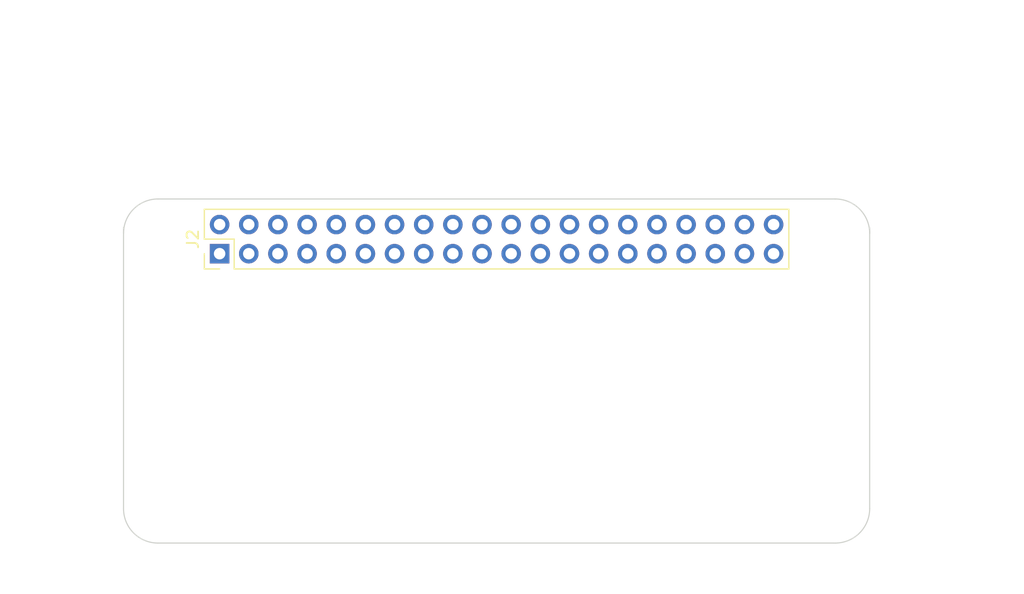
<source format=kicad_pcb>
(kicad_pcb (version 20171130) (host pcbnew "(5.0.2)-1")

  (general
    (thickness 1.6)
    (drawings 17)
    (tracks 0)
    (zones 0)
    (modules 5)
    (nets 41)
  )

  (page A4)
  (layers
    (0 F.Cu signal)
    (31 B.Cu signal)
    (34 B.Paste user)
    (35 F.Paste user)
    (36 B.SilkS user)
    (37 F.SilkS user)
    (38 B.Mask user)
    (39 F.Mask user)
    (40 Dwgs.User user)
    (41 Cmts.User user)
    (44 Edge.Cuts user)
    (48 B.Fab user)
    (49 F.Fab user)
  )

  (setup
    (last_trace_width 0.25)
    (user_trace_width 0.01)
    (user_trace_width 0.02)
    (user_trace_width 0.05)
    (user_trace_width 0.1)
    (user_trace_width 0.2)
    (trace_clearance 0.2)
    (zone_clearance 0.508)
    (zone_45_only no)
    (trace_min 0.01)
    (segment_width 0.2)
    (edge_width 0.1)
    (via_size 0.6)
    (via_drill 0.4)
    (via_min_size 0.4)
    (via_min_drill 0.3)
    (uvia_size 0.3)
    (uvia_drill 0.1)
    (uvias_allowed no)
    (uvia_min_size 0.2)
    (uvia_min_drill 0.1)
    (pcb_text_width 0.3)
    (pcb_text_size 1.5 1.5)
    (mod_edge_width 0.15)
    (mod_text_size 1 1)
    (mod_text_width 0.15)
    (pad_size 2.75 2.75)
    (pad_drill 2.75)
    (pad_to_mask_clearance 0)
    (solder_mask_min_width 0.25)
    (aux_axis_origin 0 0)
    (visible_elements 7FFFFFFF)
    (pcbplotparams
      (layerselection 0x01330_80000001)
      (usegerberextensions false)
      (usegerberattributes false)
      (usegerberadvancedattributes false)
      (creategerberjobfile false)
      (excludeedgelayer true)
      (linewidth 0.100000)
      (plotframeref false)
      (viasonmask false)
      (mode 1)
      (useauxorigin false)
      (hpglpennumber 1)
      (hpglpenspeed 20)
      (hpglpendiameter 15.000000)
      (psnegative false)
      (psa4output false)
      (plotreference true)
      (plotvalue true)
      (plotinvisibletext false)
      (padsonsilk false)
      (subtractmaskfromsilk false)
      (outputformat 4)
      (mirror false)
      (drillshape 2)
      (scaleselection 1)
      (outputdirectory "meta/"))
  )

  (net 0 "")
  (net 1 "Net-(J2-Pad1)")
  (net 2 "Net-(J2-Pad2)")
  (net 3 "Net-(J2-Pad3)")
  (net 4 "Net-(J2-Pad4)")
  (net 5 "Net-(J2-Pad5)")
  (net 6 "Net-(J2-Pad6)")
  (net 7 "Net-(J2-Pad7)")
  (net 8 "Net-(J2-Pad8)")
  (net 9 "Net-(J2-Pad9)")
  (net 10 "Net-(J2-Pad10)")
  (net 11 "Net-(J2-Pad11)")
  (net 12 "Net-(J2-Pad12)")
  (net 13 "Net-(J2-Pad13)")
  (net 14 "Net-(J2-Pad14)")
  (net 15 "Net-(J2-Pad15)")
  (net 16 "Net-(J2-Pad16)")
  (net 17 "Net-(J2-Pad17)")
  (net 18 "Net-(J2-Pad18)")
  (net 19 "Net-(J2-Pad19)")
  (net 20 "Net-(J2-Pad20)")
  (net 21 "Net-(J2-Pad21)")
  (net 22 "Net-(J2-Pad22)")
  (net 23 "Net-(J2-Pad23)")
  (net 24 "Net-(J2-Pad24)")
  (net 25 "Net-(J2-Pad25)")
  (net 26 "Net-(J2-Pad26)")
  (net 27 "Net-(J2-Pad27)")
  (net 28 "Net-(J2-Pad28)")
  (net 29 "Net-(J2-Pad29)")
  (net 30 "Net-(J2-Pad30)")
  (net 31 "Net-(J2-Pad31)")
  (net 32 "Net-(J2-Pad32)")
  (net 33 "Net-(J2-Pad33)")
  (net 34 "Net-(J2-Pad34)")
  (net 35 "Net-(J2-Pad35)")
  (net 36 "Net-(J2-Pad36)")
  (net 37 "Net-(J2-Pad37)")
  (net 38 "Net-(J2-Pad38)")
  (net 39 "Net-(J2-Pad39)")
  (net 40 "Net-(J2-Pad40)")

  (net_class Default "This is the default net class."
    (clearance 0.2)
    (trace_width 0.25)
    (via_dia 0.6)
    (via_drill 0.4)
    (uvia_dia 0.3)
    (uvia_drill 0.1)
    (add_net "Net-(J2-Pad1)")
    (add_net "Net-(J2-Pad10)")
    (add_net "Net-(J2-Pad11)")
    (add_net "Net-(J2-Pad12)")
    (add_net "Net-(J2-Pad13)")
    (add_net "Net-(J2-Pad14)")
    (add_net "Net-(J2-Pad15)")
    (add_net "Net-(J2-Pad16)")
    (add_net "Net-(J2-Pad17)")
    (add_net "Net-(J2-Pad18)")
    (add_net "Net-(J2-Pad19)")
    (add_net "Net-(J2-Pad2)")
    (add_net "Net-(J2-Pad20)")
    (add_net "Net-(J2-Pad21)")
    (add_net "Net-(J2-Pad22)")
    (add_net "Net-(J2-Pad23)")
    (add_net "Net-(J2-Pad24)")
    (add_net "Net-(J2-Pad25)")
    (add_net "Net-(J2-Pad26)")
    (add_net "Net-(J2-Pad27)")
    (add_net "Net-(J2-Pad28)")
    (add_net "Net-(J2-Pad29)")
    (add_net "Net-(J2-Pad3)")
    (add_net "Net-(J2-Pad30)")
    (add_net "Net-(J2-Pad31)")
    (add_net "Net-(J2-Pad32)")
    (add_net "Net-(J2-Pad33)")
    (add_net "Net-(J2-Pad34)")
    (add_net "Net-(J2-Pad35)")
    (add_net "Net-(J2-Pad36)")
    (add_net "Net-(J2-Pad37)")
    (add_net "Net-(J2-Pad38)")
    (add_net "Net-(J2-Pad39)")
    (add_net "Net-(J2-Pad4)")
    (add_net "Net-(J2-Pad40)")
    (add_net "Net-(J2-Pad5)")
    (add_net "Net-(J2-Pad6)")
    (add_net "Net-(J2-Pad7)")
    (add_net "Net-(J2-Pad8)")
    (add_net "Net-(J2-Pad9)")
  )

  (module Connector_PinHeader_2.54mm:PinHeader_2x20_P2.54mm_Vertical (layer F.Cu) (tedit 59FED5CC) (tstamp 5B55D6D3)
    (at 20.87 29.27 90)
    (descr "Through hole straight pin header, 2x20, 2.54mm pitch, double rows")
    (tags "Through hole pin header THT 2x20 2.54mm double row")
    (path /5515D395/5516AE26)
    (fp_text reference J2 (at 1.27 -2.33 90) (layer F.SilkS)
      (effects (font (size 1 1) (thickness 0.15)))
    )
    (fp_text value RPi_GPIO (at 1.27 50.59 90) (layer F.Fab)
      (effects (font (size 1 1) (thickness 0.15)))
    )
    (fp_text user %R (at 1.27 24.13 180) (layer F.Fab)
      (effects (font (size 1 1) (thickness 0.15)))
    )
    (fp_line (start 4.35 -1.8) (end -1.8 -1.8) (layer F.CrtYd) (width 0.05))
    (fp_line (start 4.35 50.05) (end 4.35 -1.8) (layer F.CrtYd) (width 0.05))
    (fp_line (start -1.8 50.05) (end 4.35 50.05) (layer F.CrtYd) (width 0.05))
    (fp_line (start -1.8 -1.8) (end -1.8 50.05) (layer F.CrtYd) (width 0.05))
    (fp_line (start -1.33 -1.33) (end 0 -1.33) (layer F.SilkS) (width 0.12))
    (fp_line (start -1.33 0) (end -1.33 -1.33) (layer F.SilkS) (width 0.12))
    (fp_line (start 1.27 -1.33) (end 3.87 -1.33) (layer F.SilkS) (width 0.12))
    (fp_line (start 1.27 1.27) (end 1.27 -1.33) (layer F.SilkS) (width 0.12))
    (fp_line (start -1.33 1.27) (end 1.27 1.27) (layer F.SilkS) (width 0.12))
    (fp_line (start 3.87 -1.33) (end 3.87 49.59) (layer F.SilkS) (width 0.12))
    (fp_line (start -1.33 1.27) (end -1.33 49.59) (layer F.SilkS) (width 0.12))
    (fp_line (start -1.33 49.59) (end 3.87 49.59) (layer F.SilkS) (width 0.12))
    (fp_line (start -1.27 0) (end 0 -1.27) (layer F.Fab) (width 0.1))
    (fp_line (start -1.27 49.53) (end -1.27 0) (layer F.Fab) (width 0.1))
    (fp_line (start 3.81 49.53) (end -1.27 49.53) (layer F.Fab) (width 0.1))
    (fp_line (start 3.81 -1.27) (end 3.81 49.53) (layer F.Fab) (width 0.1))
    (fp_line (start 0 -1.27) (end 3.81 -1.27) (layer F.Fab) (width 0.1))
    (pad 40 thru_hole oval (at 2.54 48.26 90) (size 1.7 1.7) (drill 1) (layers *.Cu *.Mask)
      (net 40 "Net-(J2-Pad40)"))
    (pad 39 thru_hole oval (at 0 48.26 90) (size 1.7 1.7) (drill 1) (layers *.Cu *.Mask)
      (net 39 "Net-(J2-Pad39)"))
    (pad 38 thru_hole oval (at 2.54 45.72 90) (size 1.7 1.7) (drill 1) (layers *.Cu *.Mask)
      (net 38 "Net-(J2-Pad38)"))
    (pad 37 thru_hole oval (at 0 45.72 90) (size 1.7 1.7) (drill 1) (layers *.Cu *.Mask)
      (net 37 "Net-(J2-Pad37)"))
    (pad 36 thru_hole oval (at 2.54 43.18 90) (size 1.7 1.7) (drill 1) (layers *.Cu *.Mask)
      (net 36 "Net-(J2-Pad36)"))
    (pad 35 thru_hole oval (at 0 43.18 90) (size 1.7 1.7) (drill 1) (layers *.Cu *.Mask)
      (net 35 "Net-(J2-Pad35)"))
    (pad 34 thru_hole oval (at 2.54 40.64 90) (size 1.7 1.7) (drill 1) (layers *.Cu *.Mask)
      (net 34 "Net-(J2-Pad34)"))
    (pad 33 thru_hole oval (at 0 40.64 90) (size 1.7 1.7) (drill 1) (layers *.Cu *.Mask)
      (net 33 "Net-(J2-Pad33)"))
    (pad 32 thru_hole oval (at 2.54 38.1 90) (size 1.7 1.7) (drill 1) (layers *.Cu *.Mask)
      (net 32 "Net-(J2-Pad32)"))
    (pad 31 thru_hole oval (at 0 38.1 90) (size 1.7 1.7) (drill 1) (layers *.Cu *.Mask)
      (net 31 "Net-(J2-Pad31)"))
    (pad 30 thru_hole oval (at 2.54 35.56 90) (size 1.7 1.7) (drill 1) (layers *.Cu *.Mask)
      (net 30 "Net-(J2-Pad30)"))
    (pad 29 thru_hole oval (at 0 35.56 90) (size 1.7 1.7) (drill 1) (layers *.Cu *.Mask)
      (net 29 "Net-(J2-Pad29)"))
    (pad 28 thru_hole oval (at 2.54 33.02 90) (size 1.7 1.7) (drill 1) (layers *.Cu *.Mask)
      (net 28 "Net-(J2-Pad28)"))
    (pad 27 thru_hole oval (at 0 33.02 90) (size 1.7 1.7) (drill 1) (layers *.Cu *.Mask)
      (net 27 "Net-(J2-Pad27)"))
    (pad 26 thru_hole oval (at 2.54 30.48 90) (size 1.7 1.7) (drill 1) (layers *.Cu *.Mask)
      (net 26 "Net-(J2-Pad26)"))
    (pad 25 thru_hole oval (at 0 30.48 90) (size 1.7 1.7) (drill 1) (layers *.Cu *.Mask)
      (net 25 "Net-(J2-Pad25)"))
    (pad 24 thru_hole oval (at 2.54 27.94 90) (size 1.7 1.7) (drill 1) (layers *.Cu *.Mask)
      (net 24 "Net-(J2-Pad24)"))
    (pad 23 thru_hole oval (at 0 27.94 90) (size 1.7 1.7) (drill 1) (layers *.Cu *.Mask)
      (net 23 "Net-(J2-Pad23)"))
    (pad 22 thru_hole oval (at 2.54 25.4 90) (size 1.7 1.7) (drill 1) (layers *.Cu *.Mask)
      (net 22 "Net-(J2-Pad22)"))
    (pad 21 thru_hole oval (at 0 25.4 90) (size 1.7 1.7) (drill 1) (layers *.Cu *.Mask)
      (net 21 "Net-(J2-Pad21)"))
    (pad 20 thru_hole oval (at 2.54 22.86 90) (size 1.7 1.7) (drill 1) (layers *.Cu *.Mask)
      (net 20 "Net-(J2-Pad20)"))
    (pad 19 thru_hole oval (at 0 22.86 90) (size 1.7 1.7) (drill 1) (layers *.Cu *.Mask)
      (net 19 "Net-(J2-Pad19)"))
    (pad 18 thru_hole oval (at 2.54 20.32 90) (size 1.7 1.7) (drill 1) (layers *.Cu *.Mask)
      (net 18 "Net-(J2-Pad18)"))
    (pad 17 thru_hole oval (at 0 20.32 90) (size 1.7 1.7) (drill 1) (layers *.Cu *.Mask)
      (net 17 "Net-(J2-Pad17)"))
    (pad 16 thru_hole oval (at 2.54 17.78 90) (size 1.7 1.7) (drill 1) (layers *.Cu *.Mask)
      (net 16 "Net-(J2-Pad16)"))
    (pad 15 thru_hole oval (at 0 17.78 90) (size 1.7 1.7) (drill 1) (layers *.Cu *.Mask)
      (net 15 "Net-(J2-Pad15)"))
    (pad 14 thru_hole oval (at 2.54 15.24 90) (size 1.7 1.7) (drill 1) (layers *.Cu *.Mask)
      (net 14 "Net-(J2-Pad14)"))
    (pad 13 thru_hole oval (at 0 15.24 90) (size 1.7 1.7) (drill 1) (layers *.Cu *.Mask)
      (net 13 "Net-(J2-Pad13)"))
    (pad 12 thru_hole oval (at 2.54 12.7 90) (size 1.7 1.7) (drill 1) (layers *.Cu *.Mask)
      (net 12 "Net-(J2-Pad12)"))
    (pad 11 thru_hole oval (at 0 12.7 90) (size 1.7 1.7) (drill 1) (layers *.Cu *.Mask)
      (net 11 "Net-(J2-Pad11)"))
    (pad 10 thru_hole oval (at 2.54 10.16 90) (size 1.7 1.7) (drill 1) (layers *.Cu *.Mask)
      (net 10 "Net-(J2-Pad10)"))
    (pad 9 thru_hole oval (at 0 10.16 90) (size 1.7 1.7) (drill 1) (layers *.Cu *.Mask)
      (net 9 "Net-(J2-Pad9)"))
    (pad 8 thru_hole oval (at 2.54 7.62 90) (size 1.7 1.7) (drill 1) (layers *.Cu *.Mask)
      (net 8 "Net-(J2-Pad8)"))
    (pad 7 thru_hole oval (at 0 7.62 90) (size 1.7 1.7) (drill 1) (layers *.Cu *.Mask)
      (net 7 "Net-(J2-Pad7)"))
    (pad 6 thru_hole oval (at 2.54 5.08 90) (size 1.7 1.7) (drill 1) (layers *.Cu *.Mask)
      (net 6 "Net-(J2-Pad6)"))
    (pad 5 thru_hole oval (at 0 5.08 90) (size 1.7 1.7) (drill 1) (layers *.Cu *.Mask)
      (net 5 "Net-(J2-Pad5)"))
    (pad 4 thru_hole oval (at 2.54 2.54 90) (size 1.7 1.7) (drill 1) (layers *.Cu *.Mask)
      (net 4 "Net-(J2-Pad4)"))
    (pad 3 thru_hole oval (at 0 2.54 90) (size 1.7 1.7) (drill 1) (layers *.Cu *.Mask)
      (net 3 "Net-(J2-Pad3)"))
    (pad 2 thru_hole oval (at 2.54 0 90) (size 1.7 1.7) (drill 1) (layers *.Cu *.Mask)
      (net 2 "Net-(J2-Pad2)"))
    (pad 1 thru_hole rect (at 0 0 90) (size 1.7 1.7) (drill 1) (layers *.Cu *.Mask)
      (net 1 "Net-(J2-Pad1)"))
    (model ${KISYS3DMOD}/Connector_PinHeader_2.54mm.3dshapes/PinHeader_2x20_P2.54mm_Vertical.wrl
      (at (xyz 0 0 0))
      (scale (xyz 1 1 1))
      (rotate (xyz 0 0 0))
    )
  )

  (module RPi_Hat:RPi_Hat_Mounting_Hole locked (layer F.Cu) (tedit 55217CCB) (tstamp 58B743A7)
    (at 16 51)
    (descr "Mounting hole, Befestigungsbohrung, 2,7mm, No Annular, Kein Restring,")
    (tags "Mounting hole, Befestigungsbohrung, 2,7mm, No Annular, Kein Restring,")
    (fp_text reference "" (at 0 -4.0005) (layer F.SilkS) hide
      (effects (font (size 1 1) (thickness 0.15)))
    )
    (fp_text value "" (at 0.09906 3.59918) (layer F.Fab) hide
      (effects (font (size 1 1) (thickness 0.15)))
    )
    (fp_circle (center 0 0) (end 1.375 0) (layer F.Fab) (width 0.15))
    (fp_circle (center 0 0) (end 3.1 0) (layer F.Fab) (width 0.15))
    (fp_circle (center 0 0) (end 3.1 0) (layer B.Fab) (width 0.15))
    (fp_circle (center 0 0) (end 1.375 0) (layer B.Fab) (width 0.15))
    (fp_circle (center 0 0) (end 3.1 0) (layer F.CrtYd) (width 0.15))
    (fp_circle (center 0 0) (end 3.1 0) (layer B.CrtYd) (width 0.15))
    (pad "" np_thru_hole circle (at 0 0) (size 2.75 2.75) (drill 2.75) (layers *.Cu *.Mask)
      (solder_mask_margin 1.725) (clearance 1.725))
  )

  (module RPi_Hat:RPi_Hat_Mounting_Hole locked (layer F.Cu) (tedit 55217C7B) (tstamp 5515DEA9)
    (at 74 28)
    (descr "Mounting hole, Befestigungsbohrung, 2,7mm, No Annular, Kein Restring,")
    (tags "Mounting hole, Befestigungsbohrung, 2,7mm, No Annular, Kein Restring,")
    (fp_text reference "" (at 0 -4.0005) (layer F.SilkS) hide
      (effects (font (size 1 1) (thickness 0.15)))
    )
    (fp_text value "" (at 0.09906 3.59918) (layer F.Fab) hide
      (effects (font (size 1 1) (thickness 0.15)))
    )
    (fp_circle (center 0 0) (end 1.375 0) (layer F.Fab) (width 0.15))
    (fp_circle (center 0 0) (end 3.1 0) (layer F.Fab) (width 0.15))
    (fp_circle (center 0 0) (end 3.1 0) (layer B.Fab) (width 0.15))
    (fp_circle (center 0 0) (end 1.375 0) (layer B.Fab) (width 0.15))
    (fp_circle (center 0 0) (end 3.1 0) (layer F.CrtYd) (width 0.15))
    (fp_circle (center 0 0) (end 3.1 0) (layer B.CrtYd) (width 0.15))
    (pad "" np_thru_hole circle (at 0 0) (size 2.75 2.75) (drill 2.75) (layers *.Cu *.Mask)
      (solder_mask_margin 1.725) (clearance 1.725))
  )

  (module RPi_Hat:RPi_Hat_Mounting_Hole locked (layer F.Cu) (tedit 55217CCB) (tstamp 55169DC9)
    (at 74 51)
    (descr "Mounting hole, Befestigungsbohrung, 2,7mm, No Annular, Kein Restring,")
    (tags "Mounting hole, Befestigungsbohrung, 2,7mm, No Annular, Kein Restring,")
    (fp_text reference "" (at 0 -4.0005) (layer F.SilkS) hide
      (effects (font (size 1 1) (thickness 0.15)))
    )
    (fp_text value "" (at 0.09906 3.59918) (layer F.Fab) hide
      (effects (font (size 1 1) (thickness 0.15)))
    )
    (fp_circle (center 0 0) (end 1.375 0) (layer F.Fab) (width 0.15))
    (fp_circle (center 0 0) (end 3.1 0) (layer F.Fab) (width 0.15))
    (fp_circle (center 0 0) (end 3.1 0) (layer B.Fab) (width 0.15))
    (fp_circle (center 0 0) (end 1.375 0) (layer B.Fab) (width 0.15))
    (fp_circle (center 0 0) (end 3.1 0) (layer F.CrtYd) (width 0.15))
    (fp_circle (center 0 0) (end 3.1 0) (layer B.CrtYd) (width 0.15))
    (pad "" np_thru_hole circle (at 0 0) (size 2.75 2.75) (drill 2.75) (layers *.Cu *.Mask)
      (solder_mask_margin 1.725) (clearance 1.725))
  )

  (module RPi_Hat:RPi_Hat_Mounting_Hole locked (layer F.Cu) (tedit 55217CA2) (tstamp 5515DEBF)
    (at 16 28)
    (descr "Mounting hole, Befestigungsbohrung, 2,7mm, No Annular, Kein Restring,")
    (tags "Mounting hole, Befestigungsbohrung, 2,7mm, No Annular, Kein Restring,")
    (fp_text reference "" (at 0 -4.0005) (layer F.SilkS) hide
      (effects (font (size 1 1) (thickness 0.15)))
    )
    (fp_text value "" (at 0.09906 3.59918) (layer F.Fab) hide
      (effects (font (size 1 1) (thickness 0.15)))
    )
    (fp_circle (center 0 0) (end 1.375 0) (layer F.Fab) (width 0.15))
    (fp_circle (center 0 0) (end 3.1 0) (layer F.Fab) (width 0.15))
    (fp_circle (center 0 0) (end 3.1 0) (layer B.Fab) (width 0.15))
    (fp_circle (center 0 0) (end 1.375 0) (layer B.Fab) (width 0.15))
    (fp_circle (center 0 0) (end 3.1 0) (layer F.CrtYd) (width 0.15))
    (fp_circle (center 0 0) (end 3.1 0) (layer B.CrtYd) (width 0.15))
    (pad "" np_thru_hole circle (at 0 0) (size 2.75 2.75) (drill 2.75) (layers *.Cu *.Mask)
      (solder_mask_margin 1.725) (clearance 1.725))
  )

  (gr_arc (start 15.5 27.5) (end 12.5 27.5) (angle 90) (layer Edge.Cuts) (width 0.1) (tstamp 5B55F169))
  (gr_line (start 15.5 24.5) (end 74.5 24.5) (angle 90) (layer Edge.Cuts) (width 0.1) (tstamp 5B55F01C))
  (gr_arc (start 74.5 27.5) (end 74.5 24.5) (angle 90) (layer Edge.Cuts) (width 0.1) (tstamp 5B55EED3))
  (dimension 30.5 (width 0.15) (layer Dwgs.User)
    (gr_text "30.5 mm (SMT socket)" (at 88.05 39.25 270) (layer Dwgs.User)
      (effects (font (size 1.5 1.5) (thickness 0.15)))
    )
    (feature1 (pts (xy 78.5 54.5) (xy 89.1 54.5)))
    (feature2 (pts (xy 78.5 24) (xy 89.1 24)))
    (crossbar (pts (xy 87 24) (xy 87 54.5)))
    (arrow1a (pts (xy 87 54.5) (xy 86.413579 53.373496)))
    (arrow1b (pts (xy 87 54.5) (xy 87.586421 53.373496)))
    (arrow2a (pts (xy 87 24) (xy 86.413579 25.126504)))
    (arrow2b (pts (xy 87 24) (xy 87.586421 25.126504)))
  )
  (dimension 30 (width 0.15) (layer Dwgs.User)
    (gr_text "30 mm (Thru-hole)" (at 83.05 39.5 270) (layer Dwgs.User)
      (effects (font (size 1.5 1.5) (thickness 0.15)))
    )
    (feature1 (pts (xy 78.5 54.5) (xy 84.1 54.5)))
    (feature2 (pts (xy 78.5 24.5) (xy 84.1 24.5)))
    (crossbar (pts (xy 82 24.5) (xy 82 54.5)))
    (arrow1a (pts (xy 82 54.5) (xy 81.413579 53.373496)))
    (arrow1b (pts (xy 82 54.5) (xy 82.586421 53.373496)))
    (arrow2a (pts (xy 82 24.5) (xy 81.413579 25.626504)))
    (arrow2b (pts (xy 82 24.5) (xy 82.586421 25.626504)))
  )
  (dimension 23 (width 0.15) (layer Dwgs.User)
    (gr_text "23.000 mm" (at 7.95 39.5 90) (layer Dwgs.User)
      (effects (font (size 1.5 1.5) (thickness 0.15)))
    )
    (feature1 (pts (xy 11.5 28) (xy 6.9 28)))
    (feature2 (pts (xy 11.5 51) (xy 6.9 51)))
    (crossbar (pts (xy 9 51) (xy 9 28)))
    (arrow1a (pts (xy 9 28) (xy 9.586421 29.126504)))
    (arrow1b (pts (xy 9 28) (xy 8.413579 29.126504)))
    (arrow2a (pts (xy 9 51) (xy 9.586421 49.873496)))
    (arrow2b (pts (xy 9 51) (xy 8.413579 49.873496)))
  )
  (gr_text "Select one of these board edges depending \nupon the type of socket that is used." (at 20.5 9.5) (layer Cmts.User)
    (effects (font (size 1.5 1.5) (thickness 0.15)) (justify left))
  )
  (dimension 3.5 (width 0.15) (layer Dwgs.User)
    (gr_text "3.5 mm" (at 21 58.5) (layer Dwgs.User)
      (effects (font (size 1.5 1.5) (thickness 0.15)))
    )
    (feature1 (pts (xy 16.068883 55.2811) (xy 16.068883 60.3811)))
    (feature2 (pts (xy 12.568883 55.2811) (xy 12.568883 60.3811)))
    (crossbar (pts (xy 12.568883 58.2811) (xy 16.068883 58.2811)))
    (arrow1a (pts (xy 16.068883 58.2811) (xy 14.942379 58.867521)))
    (arrow1b (pts (xy 16.068883 58.2811) (xy 14.942379 57.694679)))
    (arrow2a (pts (xy 12.568883 58.2811) (xy 13.695387 58.867521)))
    (arrow2b (pts (xy 12.568883 58.2811) (xy 13.695387 57.694679)))
  )
  (dimension 3.5 (width 0.15) (layer Dwgs.User) (tstamp 55169E80)
    (gr_text "3.5 mm" (at 22.5 46 270) (layer Dwgs.User) (tstamp 55169E80)
      (effects (font (size 1.5 1.5) (thickness 0.15)))
    )
    (feature1 (pts (xy 20 54.5) (xy 24.6 54.5)))
    (feature2 (pts (xy 20 51) (xy 24.6 51)))
    (crossbar (pts (xy 22.5 51) (xy 22.5 54.5)))
    (arrow1a (pts (xy 22.5 54.5) (xy 21.913579 53.373496)))
    (arrow1b (pts (xy 22.5 54.5) (xy 23.086421 53.373496)))
    (arrow2a (pts (xy 22.5 51) (xy 21.913579 52.126504)))
    (arrow2b (pts (xy 22.5 51) (xy 23.086421 52.126504)))
  )
  (dimension 29 (width 0.15) (layer Dwgs.User)
    (gr_text "29 mm" (at 30.5 35.849999) (layer Dwgs.User)
      (effects (font (size 1.5 1.5) (thickness 0.15)))
    )
    (feature1 (pts (xy 45 32) (xy 45 37.199999)))
    (feature2 (pts (xy 16 32) (xy 16 37.199999)))
    (crossbar (pts (xy 16 34.499999) (xy 45 34.499999)))
    (arrow1a (pts (xy 45 34.499999) (xy 43.873496 35.08642)))
    (arrow1b (pts (xy 45 34.499999) (xy 43.873496 33.913578)))
    (arrow2a (pts (xy 16 34.499999) (xy 17.126504 35.08642)))
    (arrow2b (pts (xy 16 34.499999) (xy 17.126504 33.913578)))
  )
  (dimension 58 (width 0.15) (layer Dwgs.User)
    (gr_text "58 mm" (at 45 19.15) (layer Dwgs.User)
      (effects (font (size 1.5 1.5) (thickness 0.15)))
    )
    (feature1 (pts (xy 74 23) (xy 74 17.8)))
    (feature2 (pts (xy 16 23) (xy 16 17.8)))
    (crossbar (pts (xy 16 20.5) (xy 74 20.5)))
    (arrow1a (pts (xy 74 20.5) (xy 72.873496 21.086421)))
    (arrow1b (pts (xy 74 20.5) (xy 72.873496 19.913579)))
    (arrow2a (pts (xy 16 20.5) (xy 17.126504 21.086421)))
    (arrow2b (pts (xy 16 20.5) (xy 17.126504 19.913579)))
  )
  (dimension 65 (width 0.15) (layer Dwgs.User)
    (gr_text "65 mm" (at 45 14.65) (layer Dwgs.User)
      (effects (font (size 1.5 1.5) (thickness 0.15)))
    )
    (feature1 (pts (xy 77.5 23) (xy 77.5 13.3)))
    (feature2 (pts (xy 12.5 23) (xy 12.5 13.3)))
    (crossbar (pts (xy 12.5 16) (xy 77.5 16)))
    (arrow1a (pts (xy 77.5 16) (xy 76.373496 16.586421)))
    (arrow1b (pts (xy 77.5 16) (xy 76.373496 15.413579)))
    (arrow2a (pts (xy 12.5 16) (xy 13.626504 16.586421)))
    (arrow2b (pts (xy 12.5 16) (xy 13.626504 15.413579)))
  )
  (gr_arc (start 74.5 51.5) (end 77.5 51.5) (angle 90) (layer Edge.Cuts) (width 0.1) (tstamp 55157FFB))
  (gr_arc (start 15.5 51.5) (end 15.5 54.5) (angle 90) (layer Edge.Cuts) (width 0.1) (tstamp 55157FCE))
  (gr_line (start 12.5 27) (end 12.5 51.5) (layer Edge.Cuts) (width 0.1))
  (gr_line (start 15.5 54.5) (end 74.5 54.5) (angle 90) (layer Edge.Cuts) (width 0.1))
  (gr_line (start 77.5 27) (end 77.5 51.5) (angle 90) (layer Edge.Cuts) (width 0.1))

)

</source>
